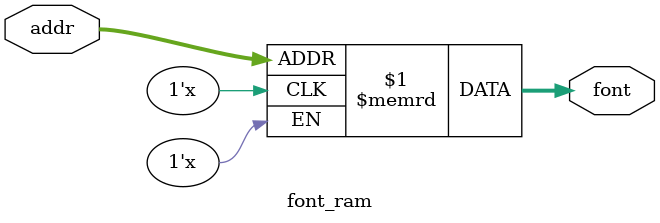
<source format=v>
module font_ram (
	input [7:0] addr,
	output wire [143:0] font
);

reg [143:0] fonts[255:0];

initial begin
	// $readmemh
end

assign font = fonts[addr];

endmodule //font_ram
</source>
